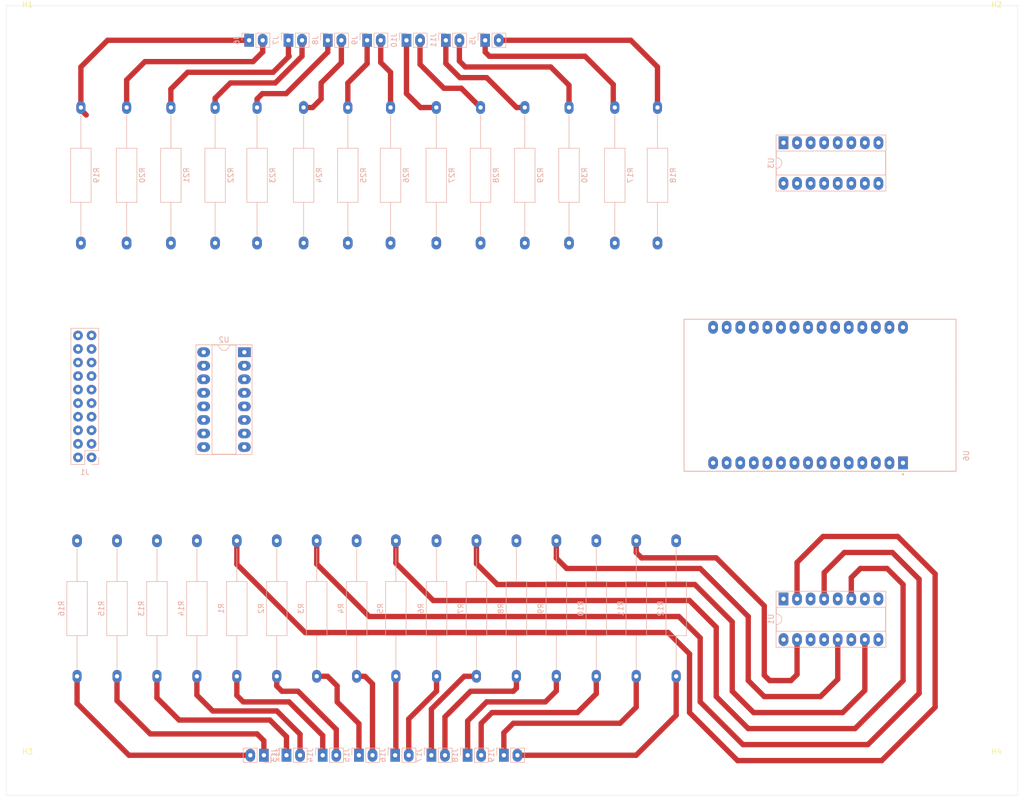
<source format=kicad_pcb>
(kicad_pcb (version 20240108) (generator "pcbnew") (generator_version "8.0")
  (layers (0 "F.Cu" signal) (31 "B.Cu" signal) (34 "B.Paste" user) (35 "F.Paste" user) (36 "B.SilkS" user "B.Silkscreen") (37 "F.SilkS" user "F.Silkscreen") (38 "B.Mask" user) (39 "F.Mask" user) (44 "Edge.Cuts" user))
  (net 0 "")
  (net 1 "+5V")
  (net 2 "GND")
  (net 3 "Net-(J5-Pin_2)")
  (net 4 "Net-(J5-Pin_1)")
  (net 5 "Net-(J6-Pin_1)")
  (net 6 "Net-(J6-Pin_2)")
  (net 7 "Net-(J7-Pin_1)")
  (net 8 "Net-(J7-Pin_2)")
  (net 9 "Net-(J8-Pin_2)")
  (net 10 "Net-(J8-Pin_1)")
  (net 11 "Net-(J9-Pin_2)")
  (net 12 "Net-(J9-Pin_1)")
  (net 13 "Net-(J10-Pin_2)")
  (net 14 "Net-(J10-Pin_1)")
  (net 15 "Net-(J11-Pin_2)")
  (net 16 "Net-(J11-Pin_1)")
  (net 17 "Net-(J12-Pin_1)")
  (net 18 "Net-(J12-Pin_2)")
  (net 19 "Net-(J13-Pin_1)")
  (net 20 "Net-(J13-Pin_2)")
  (net 21 "Net-(J14-Pin_2)")
  (net 22 "Net-(J14-Pin_1)")
  (net 23 "Net-(J15-Pin_2)")
  (net 24 "Net-(J15-Pin_1)")
  (net 25 "Net-(J16-Pin_2)")
  (net 26 "Net-(J16-Pin_1)")
  (net 27 "Net-(J17-Pin_2)")
  (net 28 "Net-(J17-Pin_1)")
  (net 29 "Net-(J18-Pin_2)")
  (net 30 "Net-(J18-Pin_1)")
  (net 31 "Net-(J19-Pin_1)")
  (net 32 "Net-(J19-Pin_2)")
  (net 33 "Net-(R1-Pad1)")
  (net 34 "Net-(R3-Pad1)")
  (net 35 "Net-(R5-Pad1)")
  (net 36 "Net-(R7-Pad1)")
  (net 37 "Net-(R9-Pad1)")
  (net 38 "Net-(R11-Pad1)")
  (net 39 "Net-(R13-Pad1)")
  (net 40 "Net-(R15-Pad1)")
  (net 41 "Net-(R17-Pad1)")
  (net 42 "Net-(R19-Pad1)")
  (net 43 "Net-(R21-Pad1)")
  (net 44 "Net-(R23-Pad1)")
  (net 45 "Net-(R25-Pad1)")
  (net 46 "Net-(R27-Pad1)")
  (net 47 "Net-(R29-Pad1)")
  (net 60 "Net-(J1-Pin_17)")
  (net 61 "Net-(J1-Pin_14)")
  (net 62 "Net-(J1-Pin_7)")
  (net 63 "Net-(J1-Pin_16)")
  (net 64 "Net-(J1-Pin_15)")
  (net 65 "Net-(J1-Pin_10)")
  (net 66 "Net-(J1-Pin_3)")
  (net 67 "Net-(J1-Pin_4)")
  (net 68 "Net-(J1-Pin_8)")
  (net 69 "Net-(J1-Pin_9)")
  (net 70 "Net-(J1-Pin_13)")
  (net 71 "Net-(J1-Pin_6)")
  (net 72 "Net-(J1-Pin_5)")
  (net 73 "Net-(J1-Pin_11)")
  (net 74 "Net-(J1-Pin_12)")
  (footprint "MountingHole:MountingHole_3.2mm_M3" (layer "F.Cu") (at 221.5 157.5)
    (property "Reference" "H4")
    (property "Value" "MountingHole")
  )
  (footprint "MountingHole:MountingHole_3.2mm_M3" (layer "F.Cu") (at 221.5 17.5)
    (property "Reference" "H2")
    (property "Value" "MountingHole" (hide yes))
  )
  (footprint "MountingHole:MountingHole_3.2mm_M3" (layer "F.Cu") (at 40 17.5)
    (property "Reference" "H1")
    (property "Value" "MountingHole")
  )
  (footprint "MountingHole:MountingHole_3.2mm_M3" (layer "F.Cu") (at 40 157.5)
    (property "Reference" "H3")
    (property "Value" "MountingHole")
  )
  (footprint "Addlibrary:R_Axial_DIN0411_L9.9mm_D3.6mm_P25.40mm_HorizontalLongPads" (layer "B.Cu") (at 79.209 113.8 -90)
    (property "Reference" "R1")
    (property "Value" "R")
  )
  (footprint "Addlibrary:R_Axial_DIN0411_L9.9mm_D3.6mm_P25.40mm_HorizontalLongPads" (layer "B.Cu") (at 154.019 113.8 -90)
    (property "Reference" "R11")
    (property "Value" "R")
  )
  (footprint "Addlibrary:DIP-16_W7.62mm_Socket_LongPads" (layer "B.Cu") (at 181.6 39.2 -90)
    (property "Reference" "U3")
    (property "Value" "4049")
  )
  (footprint "Addlibrary:R_Axial_DIN0411_L9.9mm_D3.6mm_P25.40mm_HorizontalLongPads" (layer "B.Cu") (at 94.171 113.8 -90)
    (property "Reference" "R3")
    (property "Value" "R")
  )
  (footprint "Addlibrary:PinHeader_1x02_P2.54mm_VerticalLongPads" (layer "B.Cu") (at 96.248332 20 -90)
    (property "Reference" "J8")
    (property "Value" "Conn_01x02_Socket")
  )
  (footprint "Addlibrary:PinSocket_2x10_P2.54mm_VerticalLongPads" (layer "B.Cu") (at 52 98.1725)
    (property "Reference" "J1")
    (property "Value" "Conn_01x20_Socket")
  )
  (footprint "Addlibrary:R_Axial_DIN0411_L9.9mm_D3.6mm_P25.40mm_HorizontalLongPads" (layer "B.Cu") (at 49.285 113.8 -90)
    (property "Reference" "R16")
    (property "Value" "R")
  )
  (footprint "Addlibrary:PinHeader_1x02_P2.54mm_VerticalLongPads" (layer "B.Cu") (at 125.725 20 -90)
    (property "Reference" "J5")
    (property "Value" "Conn_01x02_Socket")
  )
  (footprint "Addlibrary:PinHeader_1x02_P2.54mm_VerticalLongPads" (layer "B.Cu") (at 115.65357 154 -90)
    (property "Reference" "J17")
    (property "Value" "Conn_01x02_Socket")
  )
  (footprint "Addlibrary:DIP-16_W7.62mm_Socket_LongPads" (layer "B.Cu") (at 80.62 78.46 180)
    (property "Reference" "U2")
    (property "Value" "4049")
  )
  (footprint "Addlibrary:R_Axial_DIN0411_L9.9mm_D3.6mm_P25.40mm_HorizontalLongPads" (layer "B.Cu") (at 83 58 90)
    (property "Reference" "R23")
    (property "Value" "R")
  )
  (footprint "Addlibrary:R_Axial_DIN0411_L9.9mm_D3.6mm_P25.40mm_HorizontalLongPads" (layer "B.Cu") (at 99.999614 58 90)
    (property "Reference" "R25")
    (property "Value" "R")
  )
  (footprint "Addlibrary:R_Axial_DIN0411_L9.9mm_D3.6mm_P25.40mm_HorizontalLongPads" (layer "B.Cu") (at 75.142307 58 90)
    (property "Reference" "R22")
    (property "Value" "R")
  )
  (footprint "Addlibrary:R_Axial_DIN0411_L9.9mm_D3.6mm_P25.40mm_HorizontalLongPads" (layer "B.Cu") (at 133.14269 58 90)
    (property "Reference" "R29")
    (property "Value" "R")
  )
  (footprint "Addlibrary:PinHeader_1x02_P2.54mm_VerticalLongPads" (layer "B.Cu") (at 110.986664 20 -90)
    (property "Reference" "J10")
    (property "Value" "Conn_01x02_Socket")
  )
  (footprint "Addlibrary:R_Axial_DIN0411_L9.9mm_D3.6mm_P25.40mm_HorizontalLongPads" (layer "B.Cu") (at 139.057 113.8 -90)
    (property "Reference" "R9")
    (property "Value" "R")
  )
  (footprint "Addlibrary:R_Axial_DIN0411_L9.9mm_D3.6mm_P25.40mm_HorizontalLongPads" (layer "B.Cu") (at 91.713845 58 90)
    (property "Reference" "R24")
    (property "Value" "R")
  )
  (footprint "Addlibrary:R_Axial_DIN0411_L9.9mm_D3.6mm_P25.40mm_HorizontalLongPads" (layer "B.Cu") (at 116.571152 58 90)
    (property "Reference" "R27")
    (property "Value" "R")
  )
  (footprint "Addlibrary:R_Axial_DIN0411_L9.9mm_D3.6mm_P25.40mm_HorizontalLongPads" (layer "B.Cu") (at 158 58 90)
    (property "Reference" "R18")
    (property "Value" "R")
  )
  (footprint "Addlibrary:R_Axial_DIN0411_L9.9mm_D3.6mm_P25.40mm_HorizontalLongPads" (layer "B.Cu") (at 116.614 113.8 -90)
    (property "Reference" "R6")
    (property "Value" "R")
  )
  (footprint "Addlibrary:PinHeader_1x02_P2.54mm_VerticalLongPads" (layer "B.Cu") (at 95.296428 154 -90)
    (property "Reference" "J14")
    (property "Value" "Conn_01x02_Socket")
  )
  (footprint "Addlibrary:R_Axial_DIN0411_L9.9mm_D3.6mm_P25.40mm_HorizontalLongPads" (layer "B.Cu") (at 141.428459 58 90)
    (property "Reference" "R30")
    (property "Value" "R")
  )
  (footprint "Addlibrary:R_Axial_DIN0411_L9.9mm_D3.6mm_P25.40mm_HorizontalLongPads" (layer "B.Cu") (at 56.766 113.8 -90)
    (property "Reference" "R15")
    (property "Value" "R")
  )
  (footprint "Addlibrary:PinHeader_1x02_P2.54mm_VerticalLongPads" (layer "B.Cu") (at 118.35583 20 -90)
    (property "Reference" "J11")
    (property "Value" "Conn_01x02_Socket")
  )
  (footprint "Addlibrary:PinHeader_1x02_P2.54mm_VerticalLongPads" (layer "B.Cu") (at 103.617498 20 -90)
    (property "Reference" "J9")
    (property "Value" "Conn_01x02_Socket")
  )
  (footprint "Addlibrary:R_Axial_DIN0411_L9.9mm_D3.6mm_P25.40mm_HorizontalLongPads" (layer "B.Cu") (at 66.856538 58 90)
    (property "Reference" "R21")
    (property "Value" "R")
  )
  (footprint "Addlibrary:PinHeader_1x02_P2.54mm_VerticalLongPads" (layer "B.Cu") (at 84.275 154 90)
    (property "Reference" "J12")
    (property "Value" "Conn_01x02_Socket")
  )
  (footprint "Addlibrary:MODULE_ESP32_DEVKIT_V1LongPads" (layer "B.Cu") (at 188.465 86.5 90)
    (property "Reference" "U6")
    (property "Value" "ESP32-DEVKIT-V1")
  )
  (footprint "Addlibrary:R_Axial_DIN0411_L9.9mm_D3.6mm_P25.40mm_HorizontalLongPads" (layer "B.Cu") (at 146.538 113.8 -90)
    (property "Reference" "R10")
    (property "Value" "R")
  )
  (footprint "Addlibrary:R_Axial_DIN0411_L9.9mm_D3.6mm_P25.40mm_HorizontalLongPads" (layer "B.Cu") (at 109 113.8 -90)
    (property "Reference" "R5")
    (property "Value" "R")
  )
  (footprint "Addlibrary:R_Axial_DIN0411_L9.9mm_D3.6mm_P25.40mm_HorizontalLongPads" (layer "B.Cu") (at 131.576 113.8 -90)
    (property "Reference" "R8")
    (property "Value" "R")
  )
  (footprint "Addlibrary:R_Axial_DIN0411_L9.9mm_D3.6mm_P25.40mm_HorizontalLongPads" (layer "B.Cu") (at 50 58 90)
    (property "Reference" "R19")
    (property "Value" "R")
  )
  (footprint "Addlibrary:R_Axial_DIN0411_L9.9mm_D3.6mm_P25.40mm_HorizontalLongPads" (layer "B.Cu") (at 58.570769 58 90)
    (property "Reference" "R20")
    (property "Value" "R")
  )
  (footprint "Addlibrary:DIP-16_W7.62mm_Socket_LongPads" (layer "B.Cu") (at 181.6 124.7 -90)
    (property "Reference" "U1")
    (property "Value" "4049")
  )
  (footprint "Addlibrary:PinHeader_1x02_P2.54mm_VerticalLongPads" (layer "B.Cu") (at 88.879166 20 -90)
    (property "Reference" "J7")
    (property "Value" "Conn_01x02_Socket")
  )
  (footprint "Addlibrary:PinHeader_1x02_P2.54mm_VerticalLongPads" (layer "B.Cu") (at 102.082142 154 -90)
    (property "Reference" "J15")
    (property "Value" "Conn_01x02_Socket")
  )
  (footprint "Addlibrary:R_Axial_DIN0411_L9.9mm_D3.6mm_P25.40mm_HorizontalLongPads" (layer "B.Cu") (at 108 58 90)
    (property "Reference" "R26")
    (property "Value" "R")
  )
  (footprint "Addlibrary:R_Axial_DIN0411_L9.9mm_D3.6mm_P25.40mm_HorizontalLongPads" (layer "B.Cu") (at 86.69 113.8 -90)
    (property "Reference" "R2")
    (property "Value" "R")
  )
  (footprint "Addlibrary:R_Axial_DIN0411_L9.9mm_D3.6mm_P25.40mm_HorizontalLongPads" (layer "B.Cu") (at 150 58 90)
    (property "Reference" "R17")
    (property "Value" "R")
  )
  (footprint "Addlibrary:R_Axial_DIN0411_L9.9mm_D3.6mm_P25.40mm_HorizontalLongPads" (layer "B.Cu") (at 71.728 113.8 -90)
    (property "Reference" "R14")
    (property "Value" "R")
  )
  (footprint "Addlibrary:R_Axial_DIN0411_L9.9mm_D3.6mm_P25.40mm_HorizontalLongPads" (layer "B.Cu") (at 101.652 113.8 -90)
    (property "Reference" "R4")
    (property "Value" "R")
  )
  (footprint "Addlibrary:PinHeader_1x02_P2.54mm_VerticalLongPads" (layer "B.Cu") (at 129.225 154 -90)
    (property "Reference" "J19")
    (property "Value" "Conn_01x02_Socket")
  )
  (footprint "Addlibrary:PinHeader_1x02_P2.54mm_VerticalLongPads" (layer "B.Cu") (at 88.510714 154 -90)
    (property "Reference" "J13")
    (property "Value" "Conn_01x02_Socket")
  )
  (footprint "Addlibrary:R_Axial_DIN0411_L9.9mm_D3.6mm_P25.40mm_HorizontalLongPads" (layer "B.Cu") (at 161.5 113.8 -90)
    (property "Reference" "R12")
    (property "Value" "R")
  )
  (footprint "Addlibrary:PinHeader_1x02_P2.54mm_VerticalLongPads" (layer "B.Cu") (at 122.439284 154 -90)
    (property "Reference" "J18")
    (property "Value" "Conn_01x02_Socket")
  )
  (footprint "Addlibrary:R_Axial_DIN0411_L9.9mm_D3.6mm_P25.40mm_HorizontalLongPads" (layer "B.Cu") (at 124.856921 58 90)
    (property "Reference" "R28")
    (property "Value" "R")
  )
  (footprint "Addlibrary:PinHeader_1x02_P2.54mm_VerticalLongPads" (layer "B.Cu") (at 108.867856 154 -90)
    (property "Reference" "J16")
    (property "Value" "Conn_01x02_Socket")
  )
  (footprint "Addlibrary:R_Axial_DIN0411_L9.9mm_D3.6mm_P25.40mm_HorizontalLongPads" (layer "B.Cu") (at 64.247 113.8 -90)
    (property "Reference" "R13")
    (property "Value" "R")
  )
  (footprint "Addlibrary:PinHeader_1x02_P2.54mm_VerticalLongPads" (layer "B.Cu") (at 81.51 20 -90)
    (property "Reference" "J6")
    (property "Value" "Conn_01x02_Socket")
  )
  (footprint "Addlibrary:R_Axial_DIN0411_L9.9mm_D3.6mm_P25.40mm_HorizontalLongPads" (layer "B.Cu") (at 124.095 113.8 -90)
    (property "Reference" "R7")
    (property "Value" "R")
  )
  (gr_rect (start 36 13.5) (end 225.5 161.5) (stroke (width 0.05)) (fill none) (layer "Edge.Cuts"))
  (segment (start 128.265 20) (end 153 20) (width 1) (layer "F.Cu") (net 3))
  (segment (start 158 25) (end 158 32.6) (width 1) (layer "F.Cu") (net 3))
  (segment (start 153 20) (end 158 25) (width 1) (layer "F.Cu") (net 3))
  (segment (start 149.714228 28.285772) (end 149.714228 32.6) (width 1) (layer "F.Cu") (net 4))
  (segment (start 144.428456 23) (end 144 23) (width 1) (layer "F.Cu") (net 4))
  (segment (start 125.725 20) (end 125.725 22.2) (width 1) (layer "F.Cu") (net 4))
  (segment (start 126.525 23) (end 144 23) (width 1) (layer "F.Cu") (net 4))
  (segment (start 125.725 22.2) (end 126.525 23) (width 1) (layer "F.Cu") (net 4))
  (segment (start 149.714228 28.285772) (end 144.428456 23) (width 1) (layer "F.Cu") (net 4))
  (segment (start 50 25) (end 55 20) (width 1) (layer "F.Cu") (net 5))
  (segment (start 50 32.6) (end 50 25) (width 1) (layer "F.Cu") (net 5))
  (segment (start 50.285 33.285) (end 51 34) (width 1) (layer "F.Cu") (net 5))
  (segment (start 55 20) (end 81.51 20) (width 1) (layer "F.Cu") (net 5))
  (segment (start 50.285 32.6) (end 50.285 33.285) (width 1) (layer "F.Cu") (net 5))
  (segment (start 82.25 24) (end 84.05 22.2) (width 1) (layer "F.Cu") (net 6))
  (segment (start 58.570769 27.429231) (end 62 24) (width 1) (layer "F.Cu") (net 6))
  (segment (start 84.05 22.2) (end 84.05 20) (width 1) (layer "F.Cu") (net 6))
  (segment (start 62 24) (end 82.25 24) (width 1) (layer "F.Cu") (net 6))
  (segment (start 58.570769 32.6) (end 58.570769 27.429231) (width 1) (layer "F.Cu") (net 6))
  (segment (start 89 23) (end 88.879166 22.879166) (width 1) (layer "F.Cu") (net 7))
  (segment (start 66.856538 32.6) (end 66.856538 29.143462) (width 1) (layer "F.Cu") (net 7))
  (segment (start 66.856538 29.143462) (end 70 26) (width 1) (layer "F.Cu") (net 7))
  (segment (start 70 26) (end 86 26) (width 1) (layer "F.Cu") (net 7))
  (segment (start 86 26) (end 89 23) (width 1) (layer "F.Cu") (net 7))
  (segment (start 88.879166 22.879166) (end 88.879166 20) (width 1) (layer "F.Cu") (net 7))
  (segment (start 75.142307 30.857693) (end 78 28) (width 1) (layer "F.Cu") (net 8))
  (segment (start 78 28) (end 86.404164 28) (width 1) (layer "F.Cu") (net 8))
  (segment (start 91.419166 22.984998) (end 91.419166 20) (width 1) (layer "F.Cu") (net 8))
  (segment (start 86.404164 28) (end 91.419166 22.984998) (width 1) (layer "F.Cu") (net 8))
  (segment (start 75.142307 32.6) (end 75.142307 30.857693) (width 1) (layer "F.Cu") (net 8))
  (segment (start 95 28) (end 98.5 24.5) (width 1) (layer "F.Cu") (net 9))
  (segment (start 93.4 32.6) (end 95 31) (width 1) (layer "F.Cu") (net 9))
  (segment (start 95 31) (end 95 28) (width 1) (layer "F.Cu") (net 9))
  (segment (start 98.788332 20) (end 98.788332 24.211668) (width 1) (layer "F.Cu") (net 9))
  (segment (start 98.788332 24.211668) (end 98.5 24.5) (width 1) (layer "F.Cu") (net 9))
  (segment (start 91.713845 32.6) (end 93.4 32.6) (width 1) (layer "F.Cu") (net 9))
  (segment (start 83 32.6) (end 83 31) (width 1) (layer "F.Cu") (net 10))
  (segment (start 84 30) (end 88.448332 30) (width 1) (layer "F.Cu") (net 10))
  (segment (start 96.248332 22.2) (end 96.248332 20) (width 1) (layer "F.Cu") (net 10))
  (segment (start 88.448332 30) (end 96.248332 22.2) (width 1) (layer "F.Cu") (net 10))
  (segment (start 83 31) (end 84 30) (width 1) (layer "F.Cu") (net 10))
  (segment (start 106.157498 24.157498) (end 108 26) (width 1) (layer "F.Cu") (net 11))
  (segment (start 106.157498 20.8) (end 106.157498 24.157498) (width 1) (layer "F.Cu") (net 11))
  (segment (start 108 26) (end 108 32.6) (width 1) (layer "F.Cu") (net 11))
  (segment (start 103.617498 24.382502) (end 99.999614 28.000386) (width 1) (layer "F.Cu") (net 12))
  (segment (start 103.617498 20.8) (end 103.617498 24.382502) (width 1) (layer "F.Cu") (net 12))
  (segment (start 99.999614 28.000386) (end 99.999614 32.6) (width 1) (layer "F.Cu") (net 12))
  (segment (start 113.526664 24.526664) (end 118 29) (width 1) (layer "F.Cu") (net 13))
  (segment (start 113.526664 20.8) (end 113.526664 24.526664) (width 1) (layer "F.Cu") (net 13))
  (segment (start 118 29) (end 121.256921 29) (width 1) (layer "F.Cu") (net 13))
  (segment (start 121.256921 29) (end 124.856921 32.6) (width 1) (layer "F.Cu") (net 13))
  (segment (start 113.6 32.6) (end 116.571152 32.6) (width 1) (layer "F.Cu") (net 14))
  (segment (start 110.986664 29.986664) (end 113.6 32.6) (width 1) (layer "F.Cu") (net 14))
  (segment (start 110.986664 20.8) (end 110.986664 29.986664) (width 1) (layer "F.Cu") (net 14))
  (segment (start 141.428459 28.428459) (end 141.428459 32.6) (width 1) (layer "F.Cu") (net 15))
  (segment (start 120.89583 20.8) (end 120.89583 23.89583) (width 1) (layer "F.Cu") (net 15))
  (segment (start 138 25) (end 141.428459 28.428459) (width 1) (layer "F.Cu") (net 15))
  (segment (start 122 25) (end 138 25) (width 1) (layer "F.Cu") (net 15))
  (segment (start 120.89583 23.89583) (end 122 25) (width 1) (layer "F.Cu") (net 15))
  (segment (start 131.6 32.6) (end 133.14269 32.6) (width 1) (layer "F.Cu") (net 16))
  (segment (start 118.35583 20.8) (end 118.35583 24.35583) (width 1) (layer "F.Cu") (net 16))
  (segment (start 118.35583 24.35583) (end 121 27) (width 1) (layer "F.Cu") (net 16))
  (segment (start 121 27) (end 126 27) (width 1) (layer "F.Cu") (net 16))
  (segment (start 126 27) (end 131.6 32.6) (width 1) (layer "F.Cu") (net 16))
  (segment (start 56.766 143.766) (end 56.766 139.2) (width 1) (layer "F.Cu") (net 17))
  (segment (start 84.275 154) (end 84.275 151.275) (width 1) (layer "F.Cu") (net 17))
  (segment (start 83 150) (end 63 150) (width 1) (layer "F.Cu") (net 17))
  (segment (start 84.275 151.275) (end 83 150) (width 1) (layer "F.Cu") (net 17))
  (segment (start 63 150) (end 56.766 143.766) (width 1) (layer "F.Cu") (net 17))
  (segment (start 49.285 144.285) (end 49.285 139.2) (width 1) (layer "F.Cu") (net 18))
  (segment (start 59 154) (end 49.285 144.285) (width 1) (layer "F.Cu") (net 18))
  (segment (start 81.735 154) (end 59 154) (width 1) (layer "F.Cu") (net 18))
  (segment (start 64.247 139.2) (end 64.247 143.247) (width 1) (layer "F.Cu") (net 19))
  (segment (start 88.510714 150.510714) (end 88.510714 154) (width 1) (layer "F.Cu") (net 19))
  (segment (start 68.4 147.4) (end 85.4 147.4) (width 1) (layer "F.Cu") (net 19))
  (segment (start 85.4 147.4) (end 88.510714 150.510714) (width 1) (layer "F.Cu") (net 19))
  (segment (start 64.247 143.247) (end 68.4 147.4) (width 1) (layer "F.Cu") (net 19))
  (segment (start 71.728 142.728) (end 74.7 145.7) (width 1) (layer "F.Cu") (net 20))
  (segment (start 74.7 145.7) (end 86.7 145.7) (width 1) (layer "F.Cu") (net 20))
  (segment (start 91.050714 150.050714) (end 91.050714 154) (width 1) (layer "F.Cu") (net 20))
  (segment (start 71.728 139.2) (end 71.728 142.728) (width 1) (layer "F.Cu") (net 20))
  (segment (start 86.7 145.7) (end 91.050714 150.050714) (width 1) (layer "F.Cu") (net 20))
  (segment (start 90.672856 142) (end 87.655 142) (width 1) (layer "F.Cu") (net 21))
  (segment (start 86.69 141.035) (end 86.69 139.2) (width 1) (layer "F.Cu") (net 21))
  (segment (start 97.836428 149.163572) (end 90.672856 142) (width 1) (layer "F.Cu") (net 21))
  (segment (start 87.655 142) (end 86.69 141.035) (width 1) (layer "F.Cu") (net 21))
  (segment (start 97.836428 154) (end 97.836428 149.163572) (width 1) (layer "F.Cu") (net 21))
  (segment (start 95.296428 154) (end 95.296428 150.296428) (width 1) (layer "F.Cu") (net 22))
  (segment (start 79.209 142.791) (end 79.209 139.2) (width 1) (layer "F.Cu") (net 22))
  (segment (start 80.418 144) (end 79.209 142.791) (width 1) (layer "F.Cu") (net 22))
  (segment (start 89 144) (end 80.418 144) (width 1) (layer "F.Cu") (net 22))
  (segment (start 95.296428 150.296428) (end 89 144) (width 1) (layer "F.Cu") (net 22))
  (segment (start 103.2 139.2) (end 104.622142 140.622142) (width 1) (layer "F.Cu") (net 23))
  (segment (start 101.652 139.2) (end 103.2 139.2) (width 1) (layer "F.Cu") (net 23))
  (segment (start 104.622142 140.622142) (end 104.622142 154) (width 1) (layer "F.Cu") (net 23))
  (segment (start 102.082142 148.082142) (end 102.082142 154) (width 1) (layer "F.Cu") (net 24))
  (segment (start 96.2 139.2) (end 98 141) (width 1) (layer "F.Cu") (net 24))
  (segment (start 98 144) (end 102.082142 148.082142) (width 1) (layer "F.Cu") (net 24))
  (segment (start 98 141) (end 98 144) (width 1) (layer "F.Cu") (net 24))
  (segment (start 94.171 139.2) (end 96.2 139.2) (width 1) (layer "F.Cu") (net 24))
  (segment (start 111.407856 154) (end 111.407856 147.18798) (width 1) (layer "F.Cu") (net 25))
  (segment (start 116.614 141.981836) (end 116.614 139.2) (width 1) (layer "F.Cu") (net 25))
  (segment (start 111.407856 147.18798) (end 116.614 141.981836) (width 1) (layer "F.Cu") (net 25))
  (segment (start 109 153.867856) (end 108.867856 154) (width 1) (layer "F.Cu") (net 26))
  (segment (start 109 139.2) (end 109 153.867856) (width 1) (layer "F.Cu") (net 26))
  (segment (start 123 142) (end 131 142) (width 1) (layer "F.Cu") (net 27))
  (segment (start 118.19357 154) (end 118.19357 146.80643) (width 1) (layer "F.Cu") (net 27))
  (segment (start 131 142) (end 131.576 141.424) (width 1) (layer "F.Cu") (net 27))
  (segment (start 118.19357 146.80643) (end 123 142) (width 1) (layer "F.Cu") (net 27))
  (segment (start 131.576 141.424) (end 131.576 139.2) (width 1) (layer "F.Cu") (net 27))
  (segment (start 115.65357 145.34643) (end 121.8 139.2) (width 1) (layer "F.Cu") (net 28))
  (segment (start 115.65357 154) (end 115.65357 145.34643) (width 1) (layer "F.Cu") (net 28))
  (segment (start 121.8 139.2) (end 124.095 139.2) (width 1) (layer "F.Cu") (net 28))
  (segment (start 127 146) (end 143 146) (width 1) (layer "F.Cu") (net 29))
  (segment (start 146.538 142.462) (end 146.538 139.2) (width 1) (layer "F.Cu") (net 29))
  (segment (start 143 146) (end 146.538 142.462) (width 1) (layer "F.Cu") (net 29))
  (segment (start 124.979284 154) (end 124.979284 148.020716) (width 1) (layer "F.Cu") (net 29))
  (segment (start 124.979284 148.020716) (end 127 146) (width 1) (layer "F.Cu") (net 29))
  (segment (start 122.439284 154) (end 122.439284 147.560716) (width 1) (layer "F.Cu") (net 30))
  (segment (start 139.057 141.943) (end 139.057 139.2) (width 1) (layer "F.Cu") (net 30))
  (segment (start 126 144) (end 137 144) (width 1) (layer "F.Cu") (net 30))
  (segment (start 137 144) (end 139.057 141.943) (width 1) (layer "F.Cu") (net 30))
  (segment (start 122.439284 147.560716) (end 126 144) (width 1) (layer "F.Cu") (net 30))
  (segment (start 131 148) (end 151 148) (width 1) (layer "F.Cu") (net 31))
  (segment (start 129.225 154) (end 129.225 149.775) (width 1) (layer "F.Cu") (net 31))
  (segment (start 129.225 149.775) (end 131 148) (width 1) (layer "F.Cu") (net 31))
  (segment (start 151 148) (end 154.019 144.981) (width 1) (layer "F.Cu") (net 31))
  (segment (start 154.019 144.981) (end 154.019 139.2) (width 1) (layer "F.Cu") (net 31))
  (segment (start 154 154) (end 131.765 154) (width 1) (layer "F.Cu") (net 32))
  (segment (start 161.5 146.5) (end 154 154) (width 1) (layer "F.Cu") (net 32))
  (segment (start 161.5 139.2) (end 161.5 146.5) (width 1) (layer "F.Cu") (net 32))
  (segment (start 92 131) (end 79.209 118.209) (width 1) (layer "F.Cu") (net 33))
  (segment (start 210 145) (end 200 155) (width 1) (layer "F.Cu") (net 33))
  (segment (start 200 155) (end 173 155) (width 1) (layer "F.Cu") (net 33))
  (segment (start 164 135) (end 160 131) (width 1) (layer "F.Cu") (net 33))
  (segment (start 189 113) (end 203 113) (width 1) (layer "F.Cu") (net 33))
  (segment (start 79.209 118.209) (end 79.209 113.8) (width 1) (layer "F.Cu") (net 33))
  (segment (start 173 155) (end 164 146) (width 1) (layer "F.Cu") (net 33))
  (segment (start 164 146) (end 164 135) (width 1) (layer "F.Cu") (net 33))
  (segment (start 203 113) (end 210 120) (width 1) (layer "F.Cu") (net 33))
  (segment (start 184.14 124.7) (end 184.14 117.86) (width 1) (layer "F.Cu") (net 33))
  (segment (start 184.14 117.86) (end 189 113) (width 1) (layer "F.Cu") (net 33))
  (segment (start 160 131) (end 92 131) (width 1) (layer "F.Cu") (net 33))
  (segment (start 210 120) (end 210 145) (width 1) (layer "F.Cu") (net 33))
  (segment (start 189.22 119.78) (end 189.22 124.7) (width 1) (layer "F.Cu") (net 34))
  (segment (start 166 132) (end 166 144) (width 1) (layer "F.Cu") (net 34))
  (segment (start 197.404164 152) (end 207 142.404164) (width 1) (layer "F.Cu") (net 34))
  (segment (start 162 128) (end 166 132) (width 1) (layer "F.Cu") (net 34))
  (segment (start 166 144) (end 174 152) (width 1) (layer "F.Cu") (net 34))
  (segment (start 104 128) (end 162 128) (width 1) (layer "F.Cu") (net 34))
  (segment (start 174 152) (end 197.404164 152) (width 1) (layer "F.Cu") (net 34))
  (segment (start 94.171 118.171) (end 104 128) (width 1) (layer "F.Cu") (net 34))
  (segment (start 94.171 113.8) (end 94.171 118.171) (width 1) (layer "F.Cu") (net 34))
  (segment (start 202 116) (end 193 116) (width 1) (layer "F.Cu") (net 34))
  (segment (start 193 116) (end 189.22 119.78) (width 1) (layer "F.Cu") (net 34))
  (segment (start 207 142.404164) (end 207 121) (width 1) (layer "F.Cu") (net 34))
  (segment (start 207 121) (end 202 116) (width 1) (layer "F.Cu") (net 34))
  (segment (start 169 130) (end 169 143) (width 1) (layer "F.Cu") (net 35))
  (segment (start 204 140) (end 204 122) (width 1) (layer "F.Cu") (net 35))
  (segment (start 201 119) (end 196 119) (width 1) (layer "F.Cu") (net 35))
  (segment (start 194.3 120.7) (end 194.3 124.7) (width 1) (layer "F.Cu") (net 35))
  (segment (start 196 119) (end 194.3 120.7) (width 1) (layer "F.Cu") (net 35))
  (segment (start 109 113.8) (end 109 118) (width 1) (layer "F.Cu") (net 35))
  (segment (start 109 118) (end 116 125) (width 1) (layer "F.Cu") (net 35))
  (segment (start 204 122) (end 201 119) (width 1) (layer "F.Cu") (net 35))
  (segment (start 169 143) (end 175 149) (width 1) (layer "F.Cu") (net 35))
  (segment (start 164 125) (end 169 130) (width 1) (layer "F.Cu") (net 35))
  (segment (start 175 149) (end 195 149) (width 1) (layer "F.Cu") (net 35))
  (segment (start 195 149) (end 204 140) (width 1) (layer "F.Cu") (net 35))
  (segment (start 116 125) (end 164 125) (width 1) (layer "F.Cu") (net 35))
  (segment (start 172 142) (end 176 146) (width 1) (layer "F.Cu") (net 36))
  (segment (start 172 129) (end 172 142) (width 1) (layer "F.Cu") (net 36))
  (segment (start 196.84 141.84) (end 196.84 132.32) (width 1) (layer "F.Cu") (net 36))
  (segment (start 128 122) (end 165 122) (width 1) (layer "F.Cu") (net 36))
  (segment (start 176 146) (end 192.68 146) (width 1) (layer "F.Cu") (net 36))
  (segment (start 165 122) (end 172 129) (width 1) (layer "F.Cu") (net 36))
  (segment (start 124.095 113.8) (end 124.095 118.095) (width 1) (layer "F.Cu") (net 36))
  (segment (start 124.095 118.095) (end 128 122) (width 1) (layer "F.Cu") (net 36))
  (segment (start 192.68 146) (end 196.84 141.84) (width 1) (layer "F.Cu") (net 36))
  (segment (start 188.52 143) (end 191.76 139.76) (width 1) (layer "F.Cu") (net 37))
  (segment (start 178 143) (end 188.52 143) (width 1) (layer "F.Cu") (net 37))
  (segment (start 191.76 139.76) (end 191.76 132.32) (width 1) (layer "F.Cu") (net 37))
  (segment (start 175 128) (end 175 140) (width 1) (layer "F.Cu") (net 37))
  (segment (start 141 119) (end 166 119) (width 1) (layer "F.Cu") (net 37))
  (segment (start 175 140) (end 178 143) (width 1) (layer "F.Cu") (net 37))
  (segment (start 139.057 117.057) (end 141 119) (width 1) (layer "F.Cu") (net 37))
  (segment (start 139.057 113.8) (end 139.057 117.057) (width 1) (layer "F.Cu") (net 37))
  (segment (start 166 119) (end 175 128) (width 1) (layer "F.Cu") (net 37))
  (segment (start 183 140) (end 184.14 138.86) (width 1) (layer "F.Cu") (net 38))
  (segment (start 179 140) (end 183 140) (width 1) (layer "F.Cu") (net 38))
  (segment (start 169 117) (end 178 126) (width 1) (layer "F.Cu") (net 38))
  (segment (start 154.019 113.8) (end 154.019 116.019) (width 1) (layer "F.Cu") (net 38))
  (segment (start 155 117) (end 169 117) (width 1) (layer "F.Cu") (net 38))
  (segment (start 154.019 116.019) (end 155 117) (width 1) (layer "F.Cu") (net 38))
  (segment (start 184.14 138.86) (end 184.14 132.32) (width 1) (layer "F.Cu") (net 38))
  (segment (start 178 139) (end 179 140) (width 1) (layer "F.Cu") (net 38))
  (segment (start 178 126) (end 178 139) (width 1) (layer "F.Cu") (net 38))
  (segment (start 193.82 99.2) (end 193.8 99.2) (width 1) (layer "F.Cu") (net 60))
)
</source>
